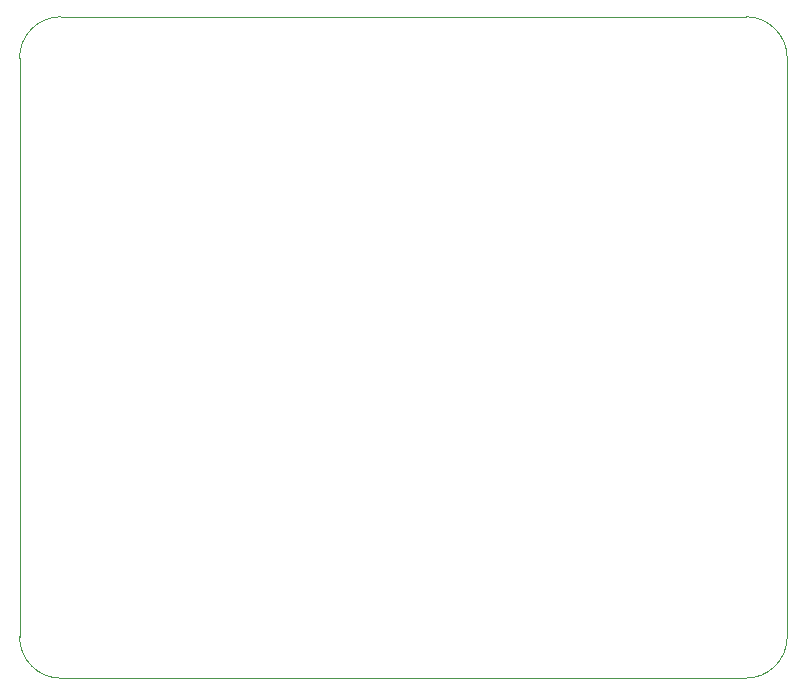
<source format=gbr>
%TF.GenerationSoftware,KiCad,Pcbnew,5.1.8*%
%TF.CreationDate,2021-01-17T13:40:54+01:00*%
%TF.ProjectId,sm4,736d342e-6b69-4636-9164-5f7063625858,rev?*%
%TF.SameCoordinates,Original*%
%TF.FileFunction,Profile,NP*%
%FSLAX46Y46*%
G04 Gerber Fmt 4.6, Leading zero omitted, Abs format (unit mm)*
G04 Created by KiCad (PCBNEW 5.1.8) date 2021-01-17 13:40:54*
%MOMM*%
%LPD*%
G01*
G04 APERTURE LIST*
%TA.AperFunction,Profile*%
%ADD10C,0.050000*%
%TD*%
G04 APERTURE END LIST*
D10*
X105000000Y-102499999D02*
G75*
G02*
X101398574Y-105999999I-3501427J-1D01*
G01*
X43500000Y-106000000D02*
G75*
G02*
X40000000Y-102500000I0J3500000D01*
G01*
X40000000Y-53500000D02*
G75*
G02*
X43500000Y-50000000I3500000J0D01*
G01*
X101498573Y-50000000D02*
G75*
G02*
X104998573Y-53500000I0J-3500000D01*
G01*
X40000000Y-102500000D02*
X40000000Y-53500000D01*
X101398574Y-105999999D02*
X43500000Y-106000000D01*
X104998573Y-53500000D02*
X105000000Y-102499999D01*
X43500000Y-50000000D02*
X101498573Y-50000000D01*
M02*

</source>
